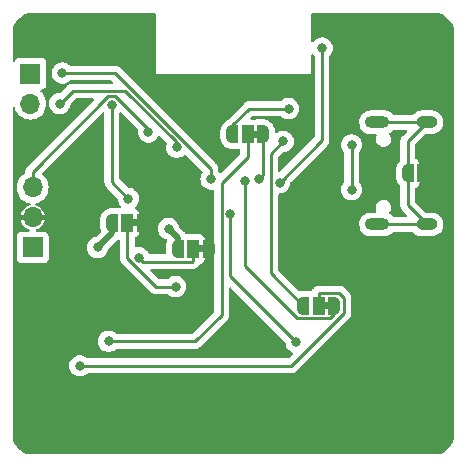
<source format=gbl>
G04 #@! TF.GenerationSoftware,KiCad,Pcbnew,7.0.10*
G04 #@! TF.CreationDate,2024-02-28T00:56:54-06:00*
G04 #@! TF.ProjectId,sensingBoard,73656e73-696e-4674-926f-6172642e6b69,rev?*
G04 #@! TF.SameCoordinates,Original*
G04 #@! TF.FileFunction,Copper,L2,Bot*
G04 #@! TF.FilePolarity,Positive*
%FSLAX46Y46*%
G04 Gerber Fmt 4.6, Leading zero omitted, Abs format (unit mm)*
G04 Created by KiCad (PCBNEW 7.0.10) date 2024-02-28 00:56:54*
%MOMM*%
%LPD*%
G01*
G04 APERTURE LIST*
G04 Aperture macros list*
%AMFreePoly0*
4,1,19,0.550000,-0.750000,0.000000,-0.750000,0.000000,-0.744911,-0.071157,-0.744911,-0.207708,-0.704816,-0.327430,-0.627875,-0.420627,-0.520320,-0.479746,-0.390866,-0.500000,-0.250000,-0.500000,0.250000,-0.479746,0.390866,-0.420627,0.520320,-0.327430,0.627875,-0.207708,0.704816,-0.071157,0.744911,0.000000,0.744911,0.000000,0.750000,0.550000,0.750000,0.550000,-0.750000,0.550000,-0.750000,
$1*%
%AMFreePoly1*
4,1,19,0.000000,0.744911,0.071157,0.744911,0.207708,0.704816,0.327430,0.627875,0.420627,0.520320,0.479746,0.390866,0.500000,0.250000,0.500000,-0.250000,0.479746,-0.390866,0.420627,-0.520320,0.327430,-0.627875,0.207708,-0.704816,0.071157,-0.744911,0.000000,-0.744911,0.000000,-0.750000,-0.550000,-0.750000,-0.550000,0.750000,0.000000,0.750000,0.000000,0.744911,0.000000,0.744911,
$1*%
%AMFreePoly2*
4,1,19,0.500000,-0.750000,0.000000,-0.750000,0.000000,-0.744911,-0.071157,-0.744911,-0.207708,-0.704816,-0.327430,-0.627875,-0.420627,-0.520320,-0.479746,-0.390866,-0.500000,-0.250000,-0.500000,0.250000,-0.479746,0.390866,-0.420627,0.520320,-0.327430,0.627875,-0.207708,0.704816,-0.071157,0.744911,0.000000,0.744911,0.000000,0.750000,0.500000,0.750000,0.500000,-0.750000,0.500000,-0.750000,
$1*%
%AMFreePoly3*
4,1,19,0.000000,0.744911,0.071157,0.744911,0.207708,0.704816,0.327430,0.627875,0.420627,0.520320,0.479746,0.390866,0.500000,0.250000,0.500000,-0.250000,0.479746,-0.390866,0.420627,-0.520320,0.327430,-0.627875,0.207708,-0.704816,0.071157,-0.744911,0.000000,-0.744911,0.000000,-0.750000,-0.500000,-0.750000,-0.500000,0.750000,0.000000,0.750000,0.000000,0.744911,0.000000,0.744911,
$1*%
G04 Aperture macros list end*
G04 #@! TA.AperFunction,ComponentPad*
%ADD10R,1.700000X1.700000*%
G04 #@! TD*
G04 #@! TA.AperFunction,ComponentPad*
%ADD11O,1.700000X1.700000*%
G04 #@! TD*
G04 #@! TA.AperFunction,ComponentPad*
%ADD12O,2.100000X1.000000*%
G04 #@! TD*
G04 #@! TA.AperFunction,ComponentPad*
%ADD13O,1.800000X1.000000*%
G04 #@! TD*
G04 #@! TA.AperFunction,SMDPad,CuDef*
%ADD14FreePoly0,180.000000*%
G04 #@! TD*
G04 #@! TA.AperFunction,SMDPad,CuDef*
%ADD15R,1.000000X1.500000*%
G04 #@! TD*
G04 #@! TA.AperFunction,SMDPad,CuDef*
%ADD16FreePoly1,180.000000*%
G04 #@! TD*
G04 #@! TA.AperFunction,SMDPad,CuDef*
%ADD17FreePoly2,180.000000*%
G04 #@! TD*
G04 #@! TA.AperFunction,SMDPad,CuDef*
%ADD18FreePoly3,180.000000*%
G04 #@! TD*
G04 #@! TA.AperFunction,ViaPad*
%ADD19C,0.800000*%
G04 #@! TD*
G04 #@! TA.AperFunction,Conductor*
%ADD20C,0.250000*%
G04 #@! TD*
G04 #@! TA.AperFunction,Conductor*
%ADD21C,0.500000*%
G04 #@! TD*
G04 APERTURE END LIST*
G04 #@! TA.AperFunction,EtchedComponent*
G36*
X60900000Y-68400000D02*
G01*
X60400000Y-68400000D01*
X60400000Y-67800000D01*
X60900000Y-67800000D01*
X60900000Y-68400000D01*
G37*
G04 #@! TD.AperFunction*
G04 #@! TA.AperFunction,EtchedComponent*
G36*
X66500000Y-70600000D02*
G01*
X66000000Y-70600000D01*
X66000000Y-70000000D01*
X66500000Y-70000000D01*
X66500000Y-70600000D01*
G37*
G04 #@! TD.AperFunction*
G04 #@! TA.AperFunction,EtchedComponent*
G36*
X77100000Y-75400000D02*
G01*
X76600000Y-75400000D01*
X76600000Y-74800000D01*
X77100000Y-74800000D01*
X77100000Y-75400000D01*
G37*
G04 #@! TD.AperFunction*
G04 #@! TA.AperFunction,EtchedComponent*
G36*
X71100000Y-60900000D02*
G01*
X70600000Y-60900000D01*
X70600000Y-60300000D01*
X71100000Y-60300000D01*
X71100000Y-60900000D01*
G37*
G04 #@! TD.AperFunction*
D10*
X52000000Y-70180000D03*
D11*
X52000000Y-67640000D03*
X52000000Y-65100000D03*
D10*
X51800000Y-55460000D03*
D11*
X51800000Y-58000000D03*
D12*
X81195000Y-68220000D03*
D13*
X85375000Y-68220000D03*
D12*
X81195000Y-59580000D03*
D13*
X85375000Y-59580000D03*
D14*
X61300000Y-68100000D03*
D15*
X60000000Y-68100000D03*
D16*
X58700000Y-68100000D03*
D17*
X85050000Y-63900000D03*
D18*
X83750000Y-63900000D03*
D14*
X66900000Y-70300000D03*
D15*
X65600000Y-70300000D03*
D16*
X64300000Y-70300000D03*
D14*
X77500000Y-75100000D03*
D15*
X76200000Y-75100000D03*
D16*
X74900000Y-75100000D03*
D14*
X71500000Y-60600000D03*
D15*
X70200000Y-60600000D03*
D16*
X68900000Y-60600000D03*
D19*
X64200000Y-61700000D03*
X54300000Y-58000000D03*
X67100000Y-64400002D03*
X54500000Y-55400000D03*
X64700000Y-76200000D03*
X78800000Y-82600000D03*
X53900000Y-72600000D03*
X69936331Y-64548876D03*
X73660000Y-58420000D03*
X61800000Y-60400000D03*
X73200000Y-61200000D03*
X74300000Y-78200000D03*
X76500000Y-53300000D03*
X71120000Y-64400002D03*
X68725000Y-67359867D03*
X72900000Y-64700000D03*
X79200000Y-68400000D03*
X69100000Y-75900000D03*
X76700000Y-65800000D03*
X65100000Y-63900000D03*
X57200000Y-77000000D03*
X71800000Y-85100000D03*
X55300000Y-82200000D03*
X56800000Y-68100000D03*
X76300000Y-70200000D03*
X77900000Y-59200000D03*
X54600000Y-75800000D03*
X79000000Y-61500000D03*
X79000000Y-65300000D03*
X57500000Y-70180000D03*
X63500000Y-68580000D03*
X60100000Y-66040000D03*
X58700000Y-58100000D03*
X64098436Y-73498438D03*
X61000000Y-71030000D03*
X56000000Y-80200000D03*
X58420000Y-78124998D03*
D20*
X64200000Y-61297792D02*
X64200000Y-61700000D01*
X59827208Y-56925000D02*
X64101104Y-61198896D01*
X55375000Y-56925000D02*
X59827208Y-56925000D01*
X54300000Y-58000000D02*
X55375000Y-56925000D01*
X64101104Y-61198896D02*
X64200000Y-61297792D01*
X58938604Y-55400000D02*
X67100000Y-63561396D01*
X54500000Y-55400000D02*
X58938604Y-55400000D01*
X67100000Y-63561396D02*
X67100000Y-64400002D01*
D21*
X58700000Y-68980000D02*
X58700000Y-68100000D01*
X57500000Y-70180000D02*
X58700000Y-68980000D01*
D20*
X77500000Y-75100000D02*
X77500000Y-75850000D01*
X74375000Y-76175000D02*
X69936331Y-71736331D01*
X77500000Y-75850000D02*
X77175000Y-76175000D01*
X77175000Y-76175000D02*
X74375000Y-76175000D01*
X69936331Y-71736331D02*
X69936331Y-64548876D01*
X52000000Y-65100000D02*
X52000000Y-63774695D01*
X52000000Y-63774695D02*
X58399695Y-57375000D01*
X58399695Y-57375000D02*
X59000305Y-57375000D01*
X59000305Y-57375000D02*
X61800000Y-60174695D01*
X61800000Y-60174695D02*
X61800000Y-60400000D01*
X68725000Y-67359867D02*
X68725000Y-72625000D01*
X68725000Y-72625000D02*
X74300000Y-78200000D01*
X71500000Y-60600000D02*
X71500000Y-64020002D01*
X71500000Y-64020002D02*
X71120000Y-64400002D01*
X76500000Y-53300000D02*
X76500000Y-61100000D01*
X74900000Y-75100000D02*
X72175000Y-72375000D01*
X70330000Y-58420000D02*
X73660000Y-58420000D01*
X72175000Y-62225000D02*
X73200000Y-61200000D01*
X68900000Y-59850000D02*
X70330000Y-58420000D01*
X72175000Y-72375000D02*
X72175000Y-62225000D01*
X76500000Y-61100000D02*
X72900000Y-64700000D01*
X68900000Y-60600000D02*
X68900000Y-59850000D01*
X79000000Y-61500000D02*
X79000000Y-65300000D01*
D21*
X64300000Y-69380000D02*
X63500000Y-68580000D01*
X64300000Y-70300000D02*
X64300000Y-69380000D01*
D20*
X58700000Y-58100000D02*
X58700000Y-64640000D01*
X58700000Y-64640000D02*
X60100000Y-66040000D01*
X85375000Y-59580000D02*
X81195000Y-59580000D01*
X85375000Y-68220000D02*
X83750000Y-66595000D01*
X83750000Y-66595000D02*
X83750000Y-63900000D01*
X83750000Y-63900000D02*
X83750000Y-61205000D01*
X81195000Y-68220000D02*
X85375000Y-68220000D01*
X83750000Y-61205000D02*
X85375000Y-59580000D01*
X60000000Y-68100000D02*
X60000000Y-71055305D01*
X62443133Y-73498438D02*
X64098436Y-73498438D01*
X60000000Y-71055305D02*
X62443133Y-73498438D01*
X61345000Y-71375000D02*
X61000000Y-71030000D01*
X65600000Y-70300000D02*
X65600000Y-71300000D01*
X65600000Y-71300000D02*
X65525000Y-71375000D01*
X65525000Y-71375000D02*
X61345000Y-71375000D01*
X76200000Y-74100000D02*
X76275000Y-74025000D01*
X78330142Y-75769858D02*
X73900000Y-80200000D01*
X77925000Y-74025000D02*
X78330142Y-74430142D01*
X76275000Y-74025000D02*
X77925000Y-74025000D01*
X73900000Y-80200000D02*
X56000000Y-80200000D01*
X78330142Y-74430142D02*
X78330142Y-75769858D01*
X76200000Y-75100000D02*
X76200000Y-74100000D01*
X68000000Y-64725000D02*
X68000000Y-75900000D01*
X65775002Y-78124998D02*
X58420000Y-78124998D01*
X70200000Y-62525000D02*
X68000000Y-64725000D01*
X68000000Y-75900000D02*
X65775002Y-78124998D01*
X70200000Y-60600000D02*
X70200000Y-62525000D01*
G04 #@! TA.AperFunction,Conductor*
G36*
X62359191Y-50319407D02*
G01*
X62395155Y-50368907D01*
X62400000Y-50399500D01*
X62400000Y-55500000D01*
X62400001Y-55500000D01*
X75599999Y-55500000D01*
X75600000Y-55500000D01*
X75600000Y-53904128D01*
X75618907Y-53845937D01*
X75668407Y-53809973D01*
X75729593Y-53809973D01*
X75772571Y-53837884D01*
X75849071Y-53922845D01*
X75873958Y-53978740D01*
X75874500Y-53989089D01*
X75874500Y-60799901D01*
X75855593Y-60858092D01*
X75845504Y-60869905D01*
X72969504Y-63745905D01*
X72914987Y-63773682D01*
X72854555Y-63764111D01*
X72811290Y-63720846D01*
X72800500Y-63675901D01*
X72800500Y-62525097D01*
X72819407Y-62466906D01*
X72829497Y-62455093D01*
X73155095Y-62129496D01*
X73209611Y-62101719D01*
X73225098Y-62100500D01*
X73294643Y-62100500D01*
X73294646Y-62100500D01*
X73479803Y-62061144D01*
X73652730Y-61984151D01*
X73805871Y-61872888D01*
X73932533Y-61732216D01*
X74027179Y-61568284D01*
X74085674Y-61388256D01*
X74105460Y-61200000D01*
X74085674Y-61011744D01*
X74027179Y-60831716D01*
X74027176Y-60831711D01*
X74027174Y-60831706D01*
X73978551Y-60747490D01*
X73932533Y-60667784D01*
X73860930Y-60588261D01*
X73805875Y-60527116D01*
X73805870Y-60527111D01*
X73729300Y-60471480D01*
X73652730Y-60415849D01*
X73652725Y-60415847D01*
X73652722Y-60415845D01*
X73489238Y-60343057D01*
X73479803Y-60338856D01*
X73479800Y-60338855D01*
X73479799Y-60338855D01*
X73444580Y-60331369D01*
X73294646Y-60299500D01*
X73105354Y-60299500D01*
X72987289Y-60324595D01*
X72920200Y-60338855D01*
X72920194Y-60338857D01*
X72747277Y-60415845D01*
X72747268Y-60415850D01*
X72662837Y-60477193D01*
X72604647Y-60496100D01*
X72546456Y-60477192D01*
X72510492Y-60427692D01*
X72505647Y-60397100D01*
X72505647Y-60344815D01*
X72505642Y-60344752D01*
X72505642Y-60278032D01*
X72486188Y-60142730D01*
X72486187Y-60142728D01*
X72485180Y-60135725D01*
X72485180Y-60135723D01*
X72485180Y-60135722D01*
X72444632Y-59997630D01*
X72384904Y-59866845D01*
X72384898Y-59866835D01*
X72307102Y-59745781D01*
X72307099Y-59745777D01*
X72307098Y-59745776D01*
X72307097Y-59745774D01*
X72212943Y-59637113D01*
X72212940Y-59637110D01*
X72212931Y-59637102D01*
X72212921Y-59637093D01*
X72104174Y-59542864D01*
X72104162Y-59542855D01*
X71983225Y-59465134D01*
X71983218Y-59465130D01*
X71983216Y-59465129D01*
X71852300Y-59405342D01*
X71852295Y-59405340D01*
X71852294Y-59405340D01*
X71714346Y-59364835D01*
X71714340Y-59364834D01*
X71571894Y-59344353D01*
X71571889Y-59344353D01*
X70950000Y-59344353D01*
X70878039Y-59349500D01*
X70878036Y-59349500D01*
X70878030Y-59349502D01*
X70859627Y-59354905D01*
X70813687Y-59356134D01*
X70813641Y-59356571D01*
X70810402Y-59356222D01*
X70808977Y-59356261D01*
X70807490Y-59355909D01*
X70765756Y-59351422D01*
X70747873Y-59349500D01*
X70747870Y-59349500D01*
X70524098Y-59349500D01*
X70465907Y-59330593D01*
X70429943Y-59281093D01*
X70429943Y-59219907D01*
X70454093Y-59180497D01*
X70560095Y-59074495D01*
X70614611Y-59046719D01*
X70630098Y-59045500D01*
X72967383Y-59045500D01*
X73025574Y-59064407D01*
X73040954Y-59078256D01*
X73054129Y-59092888D01*
X73207270Y-59204151D01*
X73380197Y-59281144D01*
X73565354Y-59320500D01*
X73565357Y-59320500D01*
X73754643Y-59320500D01*
X73754646Y-59320500D01*
X73939803Y-59281144D01*
X74112730Y-59204151D01*
X74265871Y-59092888D01*
X74392533Y-58952216D01*
X74487179Y-58788284D01*
X74545674Y-58608256D01*
X74565460Y-58420000D01*
X74545674Y-58231744D01*
X74487179Y-58051716D01*
X74487176Y-58051711D01*
X74487174Y-58051706D01*
X74412189Y-57921830D01*
X74392533Y-57887784D01*
X74309783Y-57795881D01*
X74265875Y-57747116D01*
X74265870Y-57747111D01*
X74112731Y-57635850D01*
X74112732Y-57635850D01*
X74112730Y-57635849D01*
X74112725Y-57635847D01*
X74112722Y-57635845D01*
X73939805Y-57558857D01*
X73939803Y-57558856D01*
X73939800Y-57558855D01*
X73939799Y-57558855D01*
X73900491Y-57550500D01*
X73754646Y-57519500D01*
X73565354Y-57519500D01*
X73447289Y-57544595D01*
X73380200Y-57558855D01*
X73380194Y-57558857D01*
X73207277Y-57635845D01*
X73207268Y-57635850D01*
X73054129Y-57747111D01*
X73054128Y-57747112D01*
X73040954Y-57761744D01*
X72987966Y-57792337D01*
X72967383Y-57794500D01*
X70409978Y-57794500D01*
X70395528Y-57792905D01*
X70395528Y-57792914D01*
X70389329Y-57792327D01*
X70321763Y-57794451D01*
X70318653Y-57794500D01*
X70290641Y-57794500D01*
X70285475Y-57795152D01*
X70276202Y-57795881D01*
X70231371Y-57797291D01*
X70231370Y-57797291D01*
X70210243Y-57803429D01*
X70195034Y-57806578D01*
X70173210Y-57809335D01*
X70131496Y-57825850D01*
X70122677Y-57828869D01*
X70079608Y-57841382D01*
X70060672Y-57852581D01*
X70046726Y-57859413D01*
X70026270Y-57867512D01*
X70026266Y-57867514D01*
X69989977Y-57893878D01*
X69982188Y-57898995D01*
X69943578Y-57921830D01*
X69943577Y-57921831D01*
X69928015Y-57937392D01*
X69916208Y-57947476D01*
X69898416Y-57960402D01*
X69869829Y-57994957D01*
X69863554Y-58001853D01*
X68514253Y-59351154D01*
X68502915Y-59360239D01*
X68502921Y-59360246D01*
X68498127Y-59364211D01*
X68498123Y-59364214D01*
X68498119Y-59364217D01*
X68498118Y-59364219D01*
X68451835Y-59413503D01*
X68449676Y-59415731D01*
X68429885Y-59435523D01*
X68429876Y-59435533D01*
X68426689Y-59439641D01*
X68420646Y-59446715D01*
X68391286Y-59477981D01*
X68372642Y-59493495D01*
X68317298Y-59529064D01*
X68295830Y-59542861D01*
X68295826Y-59542864D01*
X68270485Y-59564821D01*
X68187061Y-59637108D01*
X68187051Y-59637118D01*
X68092906Y-59745768D01*
X68092897Y-59745781D01*
X68015101Y-59866835D01*
X68015090Y-59866854D01*
X67955072Y-59998276D01*
X67954371Y-60001022D01*
X67914820Y-60135721D01*
X67914819Y-60135725D01*
X67894358Y-60278033D01*
X67894358Y-60344752D01*
X67894353Y-60344767D01*
X67894353Y-60855184D01*
X67894358Y-60855248D01*
X67894358Y-60921966D01*
X67913812Y-61057265D01*
X67913813Y-61057272D01*
X67914820Y-61064279D01*
X67955366Y-61202365D01*
X67955367Y-61202368D01*
X67955368Y-61202370D01*
X68015096Y-61333155D01*
X68015097Y-61333156D01*
X68015101Y-61333164D01*
X68092897Y-61454218D01*
X68092900Y-61454222D01*
X68092903Y-61454226D01*
X68187057Y-61562887D01*
X68187060Y-61562890D01*
X68187066Y-61562895D01*
X68187078Y-61562906D01*
X68295825Y-61657135D01*
X68295837Y-61657144D01*
X68416774Y-61734865D01*
X68416779Y-61734868D01*
X68416784Y-61734871D01*
X68547700Y-61794658D01*
X68685655Y-61835165D01*
X68748968Y-61844268D01*
X68828106Y-61855647D01*
X68828111Y-61855647D01*
X69449997Y-61855647D01*
X69450000Y-61855647D01*
X69468437Y-61854328D01*
X69527828Y-61869035D01*
X69567232Y-61915843D01*
X69574500Y-61953076D01*
X69574500Y-62224900D01*
X69555593Y-62283091D01*
X69545504Y-62294904D01*
X67972674Y-63867733D01*
X67918157Y-63895510D01*
X67857725Y-63885939D01*
X67829100Y-63863974D01*
X67771048Y-63799500D01*
X67750928Y-63777154D01*
X67726042Y-63721259D01*
X67725500Y-63710911D01*
X67725500Y-63641379D01*
X67727095Y-63626925D01*
X67727087Y-63626925D01*
X67727673Y-63620726D01*
X67725549Y-63553140D01*
X67725500Y-63550030D01*
X67725500Y-63522049D01*
X67725500Y-63522046D01*
X67724848Y-63516888D01*
X67724117Y-63507592D01*
X67722709Y-63462773D01*
X67722709Y-63462772D01*
X67722709Y-63462769D01*
X67716570Y-63441641D01*
X67713420Y-63426430D01*
X67710664Y-63404604D01*
X67710469Y-63404111D01*
X67694150Y-63362892D01*
X67691129Y-63354070D01*
X67687165Y-63340426D01*
X67678618Y-63311006D01*
X67670708Y-63297630D01*
X67667417Y-63292065D01*
X67660586Y-63278120D01*
X67652487Y-63257667D01*
X67652486Y-63257664D01*
X67650702Y-63255208D01*
X67626121Y-63221374D01*
X67621001Y-63213580D01*
X67598169Y-63174975D01*
X67582611Y-63159416D01*
X67572522Y-63147603D01*
X67559594Y-63129809D01*
X67525037Y-63101221D01*
X67518138Y-63094944D01*
X59437451Y-55014256D01*
X59428368Y-55002917D01*
X59428361Y-55002924D01*
X59424393Y-54998129D01*
X59424390Y-54998123D01*
X59375116Y-54951851D01*
X59372884Y-54949689D01*
X59353076Y-54929881D01*
X59348969Y-54926695D01*
X59341883Y-54920642D01*
X59309187Y-54889938D01*
X59289906Y-54879339D01*
X59276922Y-54870810D01*
X59268466Y-54864251D01*
X59259538Y-54857325D01*
X59218375Y-54839512D01*
X59210003Y-54835411D01*
X59187321Y-54822942D01*
X59170696Y-54813803D01*
X59170694Y-54813802D01*
X59170690Y-54813800D01*
X59149384Y-54808330D01*
X59134687Y-54803298D01*
X59114500Y-54794562D01*
X59114494Y-54794560D01*
X59070195Y-54787544D01*
X59061067Y-54785654D01*
X59046562Y-54781930D01*
X59017625Y-54774500D01*
X59017623Y-54774500D01*
X58995622Y-54774500D01*
X58980134Y-54773281D01*
X58958408Y-54769839D01*
X58913754Y-54774061D01*
X58904438Y-54774500D01*
X55192617Y-54774500D01*
X55134426Y-54755593D01*
X55119046Y-54741744D01*
X55105871Y-54727112D01*
X55105870Y-54727111D01*
X54952731Y-54615850D01*
X54952732Y-54615850D01*
X54952730Y-54615849D01*
X54952725Y-54615847D01*
X54952722Y-54615845D01*
X54779805Y-54538857D01*
X54779803Y-54538856D01*
X54779800Y-54538855D01*
X54779799Y-54538855D01*
X54744580Y-54531369D01*
X54594646Y-54499500D01*
X54405354Y-54499500D01*
X54287289Y-54524595D01*
X54220200Y-54538855D01*
X54220194Y-54538857D01*
X54047277Y-54615845D01*
X54047268Y-54615850D01*
X53894129Y-54727111D01*
X53894124Y-54727116D01*
X53767469Y-54867781D01*
X53767465Y-54867787D01*
X53672825Y-55031706D01*
X53672819Y-55031720D01*
X53614327Y-55211738D01*
X53594540Y-55400000D01*
X53614327Y-55588261D01*
X53672819Y-55768279D01*
X53672825Y-55768293D01*
X53748015Y-55898525D01*
X53767467Y-55932216D01*
X53767469Y-55932218D01*
X53877568Y-56054496D01*
X53894129Y-56072888D01*
X54047270Y-56184151D01*
X54220197Y-56261144D01*
X54405354Y-56300500D01*
X54405357Y-56300500D01*
X54594643Y-56300500D01*
X54594646Y-56300500D01*
X54779803Y-56261144D01*
X54952730Y-56184151D01*
X55105871Y-56072888D01*
X55119046Y-56058256D01*
X55172034Y-56027663D01*
X55192617Y-56025500D01*
X58638506Y-56025500D01*
X58696697Y-56044407D01*
X58708510Y-56054496D01*
X58784510Y-56130496D01*
X58812287Y-56185013D01*
X58802716Y-56245445D01*
X58759451Y-56288710D01*
X58714506Y-56299500D01*
X55454984Y-56299500D01*
X55440530Y-56297904D01*
X55440530Y-56297913D01*
X55434331Y-56297326D01*
X55366731Y-56299451D01*
X55363622Y-56299500D01*
X55335649Y-56299500D01*
X55330499Y-56300150D01*
X55321214Y-56300880D01*
X55276373Y-56302290D01*
X55276371Y-56302290D01*
X55255235Y-56308430D01*
X55240034Y-56311578D01*
X55218207Y-56314336D01*
X55218202Y-56314337D01*
X55176512Y-56330844D01*
X55167691Y-56333864D01*
X55124610Y-56346381D01*
X55105673Y-56357580D01*
X55091733Y-56364409D01*
X55071268Y-56372512D01*
X55034972Y-56398882D01*
X55027181Y-56403999D01*
X54988581Y-56426827D01*
X54973021Y-56442387D01*
X54961215Y-56452470D01*
X54943417Y-56465401D01*
X54914825Y-56499962D01*
X54908550Y-56506858D01*
X54344905Y-57070504D01*
X54290388Y-57098281D01*
X54274901Y-57099500D01*
X54205354Y-57099500D01*
X54087289Y-57124595D01*
X54020200Y-57138855D01*
X54020194Y-57138857D01*
X53847277Y-57215845D01*
X53847268Y-57215850D01*
X53694129Y-57327111D01*
X53694124Y-57327116D01*
X53567469Y-57467781D01*
X53567465Y-57467787D01*
X53472825Y-57631706D01*
X53472819Y-57631720D01*
X53414327Y-57811738D01*
X53414326Y-57811742D01*
X53414326Y-57811744D01*
X53394540Y-58000000D01*
X53399975Y-58051716D01*
X53414327Y-58188261D01*
X53472819Y-58368279D01*
X53472825Y-58368293D01*
X53527887Y-58463662D01*
X53567467Y-58532216D01*
X53567469Y-58532218D01*
X53678780Y-58655842D01*
X53694129Y-58672888D01*
X53847270Y-58784151D01*
X54020197Y-58861144D01*
X54205354Y-58900500D01*
X54205357Y-58900500D01*
X54394643Y-58900500D01*
X54394646Y-58900500D01*
X54579803Y-58861144D01*
X54752730Y-58784151D01*
X54905871Y-58672888D01*
X55032533Y-58532216D01*
X55114844Y-58389648D01*
X55127174Y-58368293D01*
X55127174Y-58368291D01*
X55127179Y-58368284D01*
X55185674Y-58188256D01*
X55204247Y-58011540D01*
X55229132Y-57955647D01*
X55232681Y-57951908D01*
X55605094Y-57579496D01*
X55659610Y-57551719D01*
X55675097Y-57550500D01*
X57100596Y-57550500D01*
X57158787Y-57569407D01*
X57194751Y-57618907D01*
X57194751Y-57680093D01*
X57170600Y-57719504D01*
X51614253Y-63275849D01*
X51602915Y-63284934D01*
X51602921Y-63284941D01*
X51598127Y-63288906D01*
X51598123Y-63288909D01*
X51598119Y-63288912D01*
X51598118Y-63288914D01*
X51551835Y-63338198D01*
X51549676Y-63340426D01*
X51529885Y-63360218D01*
X51529876Y-63360228D01*
X51526689Y-63364336D01*
X51520647Y-63371409D01*
X51489939Y-63404111D01*
X51489935Y-63404116D01*
X51479334Y-63423398D01*
X51470813Y-63436371D01*
X51457325Y-63453761D01*
X51439510Y-63494928D01*
X51435409Y-63503298D01*
X51413804Y-63542600D01*
X51413800Y-63542611D01*
X51408332Y-63563907D01*
X51403303Y-63578598D01*
X51394561Y-63598800D01*
X51394560Y-63598803D01*
X51387543Y-63643106D01*
X51385652Y-63652235D01*
X51374501Y-63695668D01*
X51374500Y-63695679D01*
X51374500Y-63717676D01*
X51373281Y-63733164D01*
X51369839Y-63754888D01*
X51374061Y-63799542D01*
X51374500Y-63808859D01*
X51374500Y-63838595D01*
X51355593Y-63896786D01*
X51325006Y-63924328D01*
X51322173Y-63925963D01*
X51128603Y-64061501D01*
X50961501Y-64228603D01*
X50825963Y-64422173D01*
X50825959Y-64422181D01*
X50726098Y-64636332D01*
X50664935Y-64864599D01*
X50644341Y-65099995D01*
X50644341Y-65100004D01*
X50664935Y-65335400D01*
X50664936Y-65335407D01*
X50664937Y-65335408D01*
X50726097Y-65563663D01*
X50825965Y-65777830D01*
X50961505Y-65971401D01*
X51128599Y-66138495D01*
X51322170Y-66274035D01*
X51536337Y-66373903D01*
X51743222Y-66429337D01*
X51794535Y-66462660D01*
X51816462Y-66519781D01*
X51800627Y-66578882D01*
X51753077Y-66617387D01*
X51746336Y-66619700D01*
X51596237Y-66665232D01*
X51596232Y-66665234D01*
X51413839Y-66762724D01*
X51413829Y-66762731D01*
X51253949Y-66893940D01*
X51253940Y-66893949D01*
X51122731Y-67053829D01*
X51122724Y-67053839D01*
X51025234Y-67236232D01*
X51025232Y-67236237D01*
X50978588Y-67389999D01*
X50978589Y-67390000D01*
X51566314Y-67390000D01*
X51540507Y-67430156D01*
X51500000Y-67568111D01*
X51500000Y-67711889D01*
X51540507Y-67849844D01*
X51566314Y-67890000D01*
X50978589Y-67890000D01*
X51025232Y-68043762D01*
X51025234Y-68043767D01*
X51122724Y-68226160D01*
X51122731Y-68226170D01*
X51253940Y-68386050D01*
X51253949Y-68386059D01*
X51413829Y-68517268D01*
X51413839Y-68517275D01*
X51596232Y-68614765D01*
X51596237Y-68614767D01*
X51665451Y-68635763D01*
X51715648Y-68670748D01*
X51735694Y-68728556D01*
X51717933Y-68787107D01*
X51669149Y-68824036D01*
X51636713Y-68829500D01*
X51102133Y-68829500D01*
X51102129Y-68829500D01*
X51102128Y-68829501D01*
X51094949Y-68830272D01*
X51042519Y-68835908D01*
X51042514Y-68835909D01*
X50907670Y-68886202D01*
X50792458Y-68972450D01*
X50792450Y-68972458D01*
X50706202Y-69087670D01*
X50655910Y-69222511D01*
X50655908Y-69222522D01*
X50649500Y-69282129D01*
X50649500Y-71077866D01*
X50649501Y-71077870D01*
X50655908Y-71137480D01*
X50655909Y-71137485D01*
X50706202Y-71272329D01*
X50771108Y-71359032D01*
X50792454Y-71387546D01*
X50792457Y-71387548D01*
X50792458Y-71387549D01*
X50907670Y-71473797D01*
X51042511Y-71524089D01*
X51042512Y-71524089D01*
X51042517Y-71524091D01*
X51102127Y-71530500D01*
X52897872Y-71530499D01*
X52957483Y-71524091D01*
X53024907Y-71498943D01*
X53092329Y-71473797D01*
X53092329Y-71473796D01*
X53092331Y-71473796D01*
X53207546Y-71387546D01*
X53293796Y-71272331D01*
X53344091Y-71137483D01*
X53350500Y-71077873D01*
X53350499Y-69282128D01*
X53344091Y-69222517D01*
X53328062Y-69179540D01*
X53293797Y-69087670D01*
X53207549Y-68972458D01*
X53207548Y-68972457D01*
X53207546Y-68972454D01*
X53187554Y-68957488D01*
X53092329Y-68886202D01*
X52957488Y-68835910D01*
X52957483Y-68835909D01*
X52957481Y-68835908D01*
X52957477Y-68835908D01*
X52926249Y-68832550D01*
X52897873Y-68829500D01*
X52897870Y-68829500D01*
X52363287Y-68829500D01*
X52305096Y-68810593D01*
X52269132Y-68761093D01*
X52269132Y-68699907D01*
X52305096Y-68650407D01*
X52334549Y-68635763D01*
X52403762Y-68614767D01*
X52403767Y-68614765D01*
X52586160Y-68517275D01*
X52586170Y-68517268D01*
X52746050Y-68386059D01*
X52746059Y-68386050D01*
X52877268Y-68226170D01*
X52877275Y-68226160D01*
X52974765Y-68043767D01*
X52974767Y-68043762D01*
X53021411Y-67890000D01*
X52433686Y-67890000D01*
X52459493Y-67849844D01*
X52500000Y-67711889D01*
X52500000Y-67568111D01*
X52459493Y-67430156D01*
X52433686Y-67390000D01*
X53021411Y-67390000D01*
X53021411Y-67389999D01*
X52974767Y-67236237D01*
X52974765Y-67236232D01*
X52877275Y-67053839D01*
X52877268Y-67053829D01*
X52746059Y-66893949D01*
X52746050Y-66893940D01*
X52586170Y-66762731D01*
X52586160Y-66762724D01*
X52403767Y-66665234D01*
X52403762Y-66665232D01*
X52253663Y-66619700D01*
X52203466Y-66584715D01*
X52183420Y-66526907D01*
X52201181Y-66468356D01*
X52249966Y-66431427D01*
X52256752Y-66429343D01*
X52463663Y-66373903D01*
X52677830Y-66274035D01*
X52871401Y-66138495D01*
X53038495Y-65971401D01*
X53174035Y-65777830D01*
X53273903Y-65563663D01*
X53335063Y-65335408D01*
X53335064Y-65335400D01*
X53355659Y-65100004D01*
X53355659Y-65099995D01*
X53335064Y-64864599D01*
X53335063Y-64864596D01*
X53335063Y-64864592D01*
X53273903Y-64636337D01*
X53273901Y-64636332D01*
X53174040Y-64422181D01*
X53174036Y-64422173D01*
X53128587Y-64357265D01*
X53038495Y-64228599D01*
X52871401Y-64061505D01*
X52871397Y-64061502D01*
X52871396Y-64061501D01*
X52807113Y-64016490D01*
X52770291Y-63967626D01*
X52769223Y-63906450D01*
X52793891Y-63865392D01*
X57905498Y-58753786D01*
X57960013Y-58726011D01*
X58020445Y-58735582D01*
X58063710Y-58778847D01*
X58074500Y-58823792D01*
X58074500Y-64560014D01*
X58072904Y-64574464D01*
X58072913Y-64574465D01*
X58072326Y-64580668D01*
X58074451Y-64648254D01*
X58074500Y-64651364D01*
X58074500Y-64679351D01*
X58075151Y-64684509D01*
X58075881Y-64693794D01*
X58077291Y-64738629D01*
X58077291Y-64738633D01*
X58083428Y-64759755D01*
X58086578Y-64774966D01*
X58089334Y-64796787D01*
X58105846Y-64838492D01*
X58108865Y-64847312D01*
X58120762Y-64888256D01*
X58121382Y-64890390D01*
X58132416Y-64909049D01*
X58132580Y-64909325D01*
X58139412Y-64923272D01*
X58147512Y-64943727D01*
X58147514Y-64943732D01*
X58173879Y-64980021D01*
X58179000Y-64987817D01*
X58201828Y-65026418D01*
X58201828Y-65026419D01*
X58217389Y-65041980D01*
X58227473Y-65053786D01*
X58240406Y-65071587D01*
X58240407Y-65071588D01*
X58240408Y-65071589D01*
X58240410Y-65071591D01*
X58274960Y-65100173D01*
X58281860Y-65106450D01*
X59167299Y-65991890D01*
X59195076Y-66046407D01*
X59195753Y-66051545D01*
X59204220Y-66132107D01*
X59207272Y-66161144D01*
X59214327Y-66228261D01*
X59272819Y-66408279D01*
X59272825Y-66408293D01*
X59315686Y-66482529D01*
X59367467Y-66572216D01*
X59410222Y-66619700D01*
X59472942Y-66689358D01*
X59497828Y-66745254D01*
X59485106Y-66805102D01*
X59439636Y-66846043D01*
X59409951Y-66854034D01*
X59405772Y-66854484D01*
X59392514Y-66855909D01*
X59387276Y-66857147D01*
X59350426Y-66858791D01*
X59250005Y-66844353D01*
X59250000Y-66844353D01*
X58628111Y-66844353D01*
X58628106Y-66844353D01*
X58485659Y-66864834D01*
X58485653Y-66864835D01*
X58347705Y-66905340D01*
X58347701Y-66905341D01*
X58347700Y-66905342D01*
X58329169Y-66913805D01*
X58216781Y-66965130D01*
X58216774Y-66965134D01*
X58095837Y-67042855D01*
X58095833Y-67042858D01*
X57987061Y-67137108D01*
X57987051Y-67137118D01*
X57892906Y-67245768D01*
X57892897Y-67245781D01*
X57815101Y-67366835D01*
X57815090Y-67366854D01*
X57755072Y-67498276D01*
X57754371Y-67501022D01*
X57714820Y-67635721D01*
X57714819Y-67635725D01*
X57694358Y-67778033D01*
X57694358Y-67844752D01*
X57694353Y-67844767D01*
X57694353Y-68355184D01*
X57694358Y-68355248D01*
X57694358Y-68421966D01*
X57713812Y-68557265D01*
X57713813Y-68557272D01*
X57714820Y-68564279D01*
X57755366Y-68702365D01*
X57777255Y-68750295D01*
X57784229Y-68811082D01*
X57757205Y-68861425D01*
X57341991Y-69276639D01*
X57292571Y-69303471D01*
X57220207Y-69318852D01*
X57220196Y-69318856D01*
X57047277Y-69395845D01*
X57047268Y-69395850D01*
X56894129Y-69507111D01*
X56894124Y-69507116D01*
X56767469Y-69647781D01*
X56767465Y-69647787D01*
X56672825Y-69811706D01*
X56672819Y-69811720D01*
X56614327Y-69991738D01*
X56614326Y-69991742D01*
X56614326Y-69991744D01*
X56594540Y-70180000D01*
X56613155Y-70357116D01*
X56614327Y-70368261D01*
X56672819Y-70548279D01*
X56672825Y-70548293D01*
X56715360Y-70621964D01*
X56767467Y-70712216D01*
X56894129Y-70852888D01*
X57047270Y-70964151D01*
X57220197Y-71041144D01*
X57405354Y-71080500D01*
X57405357Y-71080500D01*
X57594643Y-71080500D01*
X57594646Y-71080500D01*
X57779803Y-71041144D01*
X57952730Y-70964151D01*
X58105871Y-70852888D01*
X58232533Y-70712216D01*
X58327179Y-70548284D01*
X58384376Y-70372247D01*
X58408524Y-70332842D01*
X59186933Y-69554432D01*
X59197806Y-69545037D01*
X59216385Y-69531206D01*
X59274351Y-69511626D01*
X59332757Y-69529856D01*
X59369293Y-69578936D01*
X59374500Y-69610619D01*
X59374500Y-70975319D01*
X59372904Y-70989769D01*
X59372913Y-70989770D01*
X59372326Y-70995973D01*
X59374451Y-71063559D01*
X59374500Y-71066669D01*
X59374500Y-71094656D01*
X59375151Y-71099814D01*
X59375881Y-71109099D01*
X59377291Y-71153934D01*
X59377291Y-71153938D01*
X59383428Y-71175060D01*
X59386578Y-71190271D01*
X59389334Y-71212092D01*
X59405846Y-71253797D01*
X59408865Y-71262617D01*
X59421381Y-71305692D01*
X59421382Y-71305695D01*
X59432580Y-71324630D01*
X59439412Y-71338577D01*
X59447512Y-71359032D01*
X59447514Y-71359037D01*
X59473879Y-71395326D01*
X59479000Y-71403122D01*
X59501828Y-71441723D01*
X59501828Y-71441724D01*
X59517389Y-71457285D01*
X59527473Y-71469091D01*
X59540406Y-71486892D01*
X59540407Y-71486893D01*
X59540408Y-71486894D01*
X59540410Y-71486896D01*
X59574960Y-71515478D01*
X59581860Y-71521755D01*
X61944284Y-73884180D01*
X61953370Y-73895522D01*
X61953377Y-73895517D01*
X61957344Y-73900313D01*
X62006636Y-73946602D01*
X62008867Y-73948764D01*
X62028659Y-73968556D01*
X62028662Y-73968558D01*
X62032770Y-73971745D01*
X62039847Y-73977789D01*
X62072551Y-74008500D01*
X62091830Y-74019098D01*
X62104814Y-74027627D01*
X62122197Y-74041111D01*
X62163368Y-74058928D01*
X62171737Y-74063028D01*
X62211041Y-74084635D01*
X62228770Y-74089186D01*
X62232339Y-74090103D01*
X62247040Y-74095136D01*
X62267234Y-74103875D01*
X62267235Y-74103875D01*
X62267237Y-74103876D01*
X62311557Y-74110895D01*
X62320669Y-74112783D01*
X62364107Y-74123937D01*
X62364113Y-74123937D01*
X62364114Y-74123938D01*
X62386115Y-74123938D01*
X62401602Y-74125156D01*
X62423329Y-74128598D01*
X62464471Y-74124708D01*
X62467983Y-74124377D01*
X62477299Y-74123938D01*
X63405819Y-74123938D01*
X63464010Y-74142845D01*
X63479390Y-74156694D01*
X63492565Y-74171326D01*
X63645706Y-74282589D01*
X63818633Y-74359582D01*
X64003790Y-74398938D01*
X64003793Y-74398938D01*
X64193079Y-74398938D01*
X64193082Y-74398938D01*
X64378239Y-74359582D01*
X64551166Y-74282589D01*
X64704307Y-74171326D01*
X64830969Y-74030654D01*
X64925615Y-73866722D01*
X64984110Y-73686694D01*
X65003896Y-73498438D01*
X64984110Y-73310182D01*
X64925615Y-73130154D01*
X64925612Y-73130149D01*
X64925610Y-73130144D01*
X64876987Y-73045928D01*
X64830969Y-72966222D01*
X64776685Y-72905934D01*
X64704311Y-72825554D01*
X64704306Y-72825549D01*
X64551167Y-72714288D01*
X64551168Y-72714288D01*
X64551166Y-72714287D01*
X64551161Y-72714285D01*
X64551158Y-72714283D01*
X64378241Y-72637295D01*
X64378239Y-72637294D01*
X64378236Y-72637293D01*
X64378235Y-72637293D01*
X64343016Y-72629807D01*
X64193082Y-72597938D01*
X64003790Y-72597938D01*
X63885725Y-72623033D01*
X63818636Y-72637293D01*
X63818630Y-72637295D01*
X63645713Y-72714283D01*
X63645704Y-72714288D01*
X63492565Y-72825549D01*
X63492564Y-72825550D01*
X63479390Y-72840182D01*
X63426402Y-72870775D01*
X63405819Y-72872938D01*
X62743231Y-72872938D01*
X62685040Y-72854031D01*
X62673227Y-72843942D01*
X61998789Y-72169504D01*
X61971012Y-72114987D01*
X61980583Y-72054555D01*
X62023848Y-72011290D01*
X62068793Y-72000500D01*
X65445017Y-72000500D01*
X65459470Y-72002095D01*
X65459471Y-72002087D01*
X65465665Y-72002672D01*
X65465667Y-72002673D01*
X65465668Y-72002672D01*
X65465669Y-72002673D01*
X65533255Y-72000549D01*
X65536365Y-72000500D01*
X65564343Y-72000500D01*
X65564350Y-72000500D01*
X65569507Y-71999848D01*
X65578800Y-71999117D01*
X65623627Y-71997709D01*
X65644751Y-71991570D01*
X65659961Y-71988421D01*
X65681792Y-71985664D01*
X65681796Y-71985662D01*
X65681798Y-71985662D01*
X65723502Y-71969150D01*
X65732316Y-71966131D01*
X65775390Y-71953618D01*
X65794325Y-71942419D01*
X65808265Y-71935589D01*
X65828732Y-71927486D01*
X65865021Y-71901120D01*
X65872810Y-71896002D01*
X65911420Y-71873170D01*
X65926984Y-71857605D01*
X65938785Y-71847527D01*
X65956587Y-71834594D01*
X65981539Y-71804430D01*
X65997545Y-71790321D01*
X65997078Y-71789756D01*
X66001872Y-71785788D01*
X66001877Y-71785786D01*
X66048196Y-71736460D01*
X66050298Y-71734291D01*
X66070120Y-71714471D01*
X66073308Y-71710360D01*
X66079348Y-71703288D01*
X66110062Y-71670582D01*
X66120661Y-71651299D01*
X66129192Y-71638314D01*
X66142673Y-71620936D01*
X66153104Y-71596831D01*
X66193566Y-71550934D01*
X66209366Y-71543389D01*
X66342329Y-71493797D01*
X66342329Y-71493796D01*
X66342331Y-71493796D01*
X66457546Y-71407546D01*
X66543796Y-71292331D01*
X66594091Y-71157483D01*
X66600500Y-71097873D01*
X66600499Y-69502128D01*
X66594091Y-69442517D01*
X66593578Y-69441142D01*
X66543797Y-69307670D01*
X66457549Y-69192458D01*
X66457548Y-69192457D01*
X66457546Y-69192454D01*
X66457541Y-69192450D01*
X66342329Y-69106202D01*
X66207488Y-69055910D01*
X66207483Y-69055909D01*
X66207481Y-69055908D01*
X66207477Y-69055908D01*
X66176249Y-69052550D01*
X66147873Y-69049500D01*
X66147870Y-69049500D01*
X65052133Y-69049500D01*
X65052122Y-69049501D01*
X65045684Y-69050193D01*
X64985807Y-69037607D01*
X64952400Y-69006161D01*
X64933818Y-68977909D01*
X64932270Y-68975479D01*
X64892714Y-68911348D01*
X64892713Y-68911347D01*
X64892712Y-68911345D01*
X64892045Y-68910678D01*
X64879335Y-68895072D01*
X64878830Y-68894304D01*
X64878829Y-68894303D01*
X64824008Y-68842582D01*
X64821942Y-68840575D01*
X64408526Y-68427158D01*
X64384376Y-68387750D01*
X64327179Y-68211716D01*
X64327175Y-68211710D01*
X64327174Y-68211706D01*
X64244040Y-68067715D01*
X64232533Y-68047784D01*
X64105871Y-67907112D01*
X64082318Y-67890000D01*
X63952731Y-67795850D01*
X63952732Y-67795850D01*
X63952730Y-67795849D01*
X63952725Y-67795847D01*
X63952722Y-67795845D01*
X63779805Y-67718857D01*
X63779803Y-67718856D01*
X63779800Y-67718855D01*
X63779799Y-67718855D01*
X63744580Y-67711369D01*
X63594646Y-67679500D01*
X63405354Y-67679500D01*
X63287289Y-67704595D01*
X63220200Y-67718855D01*
X63220194Y-67718857D01*
X63047277Y-67795845D01*
X63047268Y-67795850D01*
X62894129Y-67907111D01*
X62894124Y-67907116D01*
X62767469Y-68047781D01*
X62767465Y-68047787D01*
X62672825Y-68211706D01*
X62672819Y-68211720D01*
X62614327Y-68391738D01*
X62614326Y-68391742D01*
X62614326Y-68391744D01*
X62594540Y-68580000D01*
X62613573Y-68761093D01*
X62614327Y-68768261D01*
X62672819Y-68948279D01*
X62672825Y-68948293D01*
X62734958Y-69055909D01*
X62767467Y-69112216D01*
X62767469Y-69112218D01*
X62866784Y-69222519D01*
X62894129Y-69252888D01*
X63047270Y-69364151D01*
X63220197Y-69441144D01*
X63292570Y-69456526D01*
X63341991Y-69483359D01*
X63369746Y-69511114D01*
X63397523Y-69565631D01*
X63389795Y-69622244D01*
X63355072Y-69698276D01*
X63354371Y-69701022D01*
X63314820Y-69835721D01*
X63314819Y-69835725D01*
X63294358Y-69978033D01*
X63294358Y-70044752D01*
X63294353Y-70044767D01*
X63294353Y-70555184D01*
X63294358Y-70555248D01*
X63294358Y-70621964D01*
X63296435Y-70636409D01*
X63286003Y-70696699D01*
X63242125Y-70739342D01*
X63198443Y-70749500D01*
X61927629Y-70749500D01*
X61869438Y-70730593D01*
X61833475Y-70681095D01*
X61827179Y-70661716D01*
X61827175Y-70661709D01*
X61827174Y-70661706D01*
X61761686Y-70548279D01*
X61732533Y-70497784D01*
X61678249Y-70437496D01*
X61605875Y-70357116D01*
X61605870Y-70357111D01*
X61452731Y-70245850D01*
X61452732Y-70245850D01*
X61452730Y-70245849D01*
X61452725Y-70245847D01*
X61452722Y-70245845D01*
X61314388Y-70184254D01*
X61279803Y-70168856D01*
X61279800Y-70168855D01*
X61279799Y-70168855D01*
X61224824Y-70157170D01*
X61094646Y-70129500D01*
X60905354Y-70129500D01*
X60837231Y-70143979D01*
X60745082Y-70163566D01*
X60684232Y-70157170D01*
X60638763Y-70116228D01*
X60625500Y-70066729D01*
X60625500Y-69406108D01*
X60644407Y-69347917D01*
X60689901Y-69313350D01*
X60742331Y-69293796D01*
X60857546Y-69207546D01*
X60943796Y-69092331D01*
X60945535Y-69087670D01*
X60976627Y-69004305D01*
X60994091Y-68957483D01*
X61000500Y-68897873D01*
X61000499Y-67302128D01*
X60994091Y-67242517D01*
X60985506Y-67219500D01*
X60943797Y-67107670D01*
X60857549Y-66992458D01*
X60857548Y-66992457D01*
X60857546Y-66992454D01*
X60842806Y-66981420D01*
X60742331Y-66906204D01*
X60715215Y-66896090D01*
X60667301Y-66858039D01*
X60650904Y-66799091D01*
X60672286Y-66741764D01*
X60691625Y-66723238D01*
X60705871Y-66712888D01*
X60832533Y-66572216D01*
X60927179Y-66408284D01*
X60985674Y-66228256D01*
X61005460Y-66040000D01*
X60985674Y-65851744D01*
X60927179Y-65671716D01*
X60927176Y-65671711D01*
X60927174Y-65671706D01*
X60878551Y-65587490D01*
X60832533Y-65507784D01*
X60711072Y-65372888D01*
X60705875Y-65367116D01*
X60705870Y-65367111D01*
X60599260Y-65289655D01*
X60552730Y-65255849D01*
X60552725Y-65255847D01*
X60552722Y-65255845D01*
X60391700Y-65184153D01*
X60379803Y-65178856D01*
X60379800Y-65178855D01*
X60379799Y-65178855D01*
X60344580Y-65171369D01*
X60194646Y-65139500D01*
X60194643Y-65139500D01*
X60125098Y-65139500D01*
X60066907Y-65120593D01*
X60055094Y-65110504D01*
X59354496Y-64409905D01*
X59326719Y-64355388D01*
X59325500Y-64339901D01*
X59325500Y-58823793D01*
X59344407Y-58765602D01*
X59393907Y-58729638D01*
X59455093Y-58729638D01*
X59494504Y-58753789D01*
X60884563Y-60143848D01*
X60912340Y-60198365D01*
X60913016Y-60224198D01*
X60894540Y-60400000D01*
X60911889Y-60565073D01*
X60914327Y-60588261D01*
X60972819Y-60768279D01*
X60972825Y-60768293D01*
X61048015Y-60898525D01*
X61067467Y-60932216D01*
X61067469Y-60932218D01*
X61187777Y-61065834D01*
X61194129Y-61072888D01*
X61347270Y-61184151D01*
X61520197Y-61261144D01*
X61705354Y-61300500D01*
X61705357Y-61300500D01*
X61894643Y-61300500D01*
X61894646Y-61300500D01*
X62079803Y-61261144D01*
X62252730Y-61184151D01*
X62405871Y-61072888D01*
X62532533Y-60932216D01*
X62620766Y-60779390D01*
X62666235Y-60738451D01*
X62727085Y-60732055D01*
X62776506Y-60758888D01*
X63324162Y-61306544D01*
X63351939Y-61361061D01*
X63348313Y-61407140D01*
X63314326Y-61511741D01*
X63306544Y-61585782D01*
X63294540Y-61700000D01*
X63312710Y-61872883D01*
X63314327Y-61888261D01*
X63372819Y-62068279D01*
X63372825Y-62068293D01*
X63442568Y-62189089D01*
X63467467Y-62232216D01*
X63467469Y-62232218D01*
X63555826Y-62330349D01*
X63594129Y-62372888D01*
X63747270Y-62484151D01*
X63920197Y-62561144D01*
X64105354Y-62600500D01*
X64105357Y-62600500D01*
X64294643Y-62600500D01*
X64294646Y-62600500D01*
X64479803Y-62561144D01*
X64652730Y-62484151D01*
X64805871Y-62372888D01*
X64840786Y-62334109D01*
X64893773Y-62303517D01*
X64954623Y-62309911D01*
X64984362Y-62330349D01*
X66374158Y-63720144D01*
X66401935Y-63774661D01*
X66392364Y-63835093D01*
X66377728Y-63856389D01*
X66367469Y-63867783D01*
X66367465Y-63867789D01*
X66272825Y-64031708D01*
X66272819Y-64031722D01*
X66214327Y-64211740D01*
X66214326Y-64211744D01*
X66214326Y-64211746D01*
X66194540Y-64400002D01*
X66213528Y-64580668D01*
X66214327Y-64588263D01*
X66272819Y-64768281D01*
X66272825Y-64768295D01*
X66342088Y-64888261D01*
X66367467Y-64932218D01*
X66367469Y-64932220D01*
X66492957Y-65071589D01*
X66494129Y-65072890D01*
X66647270Y-65184153D01*
X66820197Y-65261146D01*
X67005354Y-65300502D01*
X67005357Y-65300502D01*
X67194641Y-65300502D01*
X67194646Y-65300502D01*
X67254919Y-65287690D01*
X67315767Y-65294086D01*
X67361236Y-65335027D01*
X67374500Y-65384527D01*
X67374500Y-75599901D01*
X67355593Y-75658092D01*
X67345504Y-75669905D01*
X65544907Y-77470502D01*
X65490390Y-77498279D01*
X65474903Y-77499498D01*
X59112617Y-77499498D01*
X59054426Y-77480591D01*
X59039046Y-77466742D01*
X59025871Y-77452110D01*
X59025870Y-77452109D01*
X58872731Y-77340848D01*
X58872732Y-77340848D01*
X58872730Y-77340847D01*
X58872725Y-77340845D01*
X58872722Y-77340843D01*
X58699805Y-77263855D01*
X58699803Y-77263854D01*
X58699800Y-77263853D01*
X58699799Y-77263853D01*
X58664580Y-77256367D01*
X58514646Y-77224498D01*
X58325354Y-77224498D01*
X58207289Y-77249593D01*
X58140200Y-77263853D01*
X58140194Y-77263855D01*
X57967277Y-77340843D01*
X57967268Y-77340848D01*
X57814129Y-77452109D01*
X57814124Y-77452114D01*
X57687469Y-77592779D01*
X57687465Y-77592785D01*
X57592825Y-77756704D01*
X57592819Y-77756718D01*
X57534327Y-77936736D01*
X57514540Y-78124998D01*
X57534327Y-78313259D01*
X57592819Y-78493277D01*
X57592825Y-78493291D01*
X57667809Y-78623166D01*
X57687467Y-78657214D01*
X57687469Y-78657216D01*
X57772896Y-78752093D01*
X57814129Y-78797886D01*
X57967270Y-78909149D01*
X58140197Y-78986142D01*
X58325354Y-79025498D01*
X58325357Y-79025498D01*
X58514643Y-79025498D01*
X58514646Y-79025498D01*
X58699803Y-78986142D01*
X58872730Y-78909149D01*
X59025871Y-78797886D01*
X59039046Y-78783254D01*
X59092034Y-78752661D01*
X59112617Y-78750498D01*
X65695019Y-78750498D01*
X65709472Y-78752093D01*
X65709473Y-78752085D01*
X65715667Y-78752670D01*
X65715669Y-78752671D01*
X65715670Y-78752670D01*
X65715671Y-78752671D01*
X65783257Y-78750547D01*
X65786367Y-78750498D01*
X65814345Y-78750498D01*
X65814352Y-78750498D01*
X65819509Y-78749846D01*
X65828802Y-78749115D01*
X65873629Y-78747707D01*
X65894753Y-78741568D01*
X65909963Y-78738419D01*
X65931794Y-78735662D01*
X65931798Y-78735660D01*
X65931800Y-78735660D01*
X65973504Y-78719148D01*
X65982318Y-78716129D01*
X66025392Y-78703616D01*
X66044327Y-78692417D01*
X66058267Y-78685587D01*
X66078734Y-78677484D01*
X66115038Y-78651106D01*
X66122807Y-78646003D01*
X66161422Y-78623168D01*
X66176980Y-78607608D01*
X66188786Y-78597525D01*
X66206589Y-78584592D01*
X66235186Y-78550022D01*
X66241442Y-78543146D01*
X68385746Y-76398843D01*
X68397086Y-76389760D01*
X68397080Y-76389753D01*
X68401869Y-76385790D01*
X68401877Y-76385786D01*
X68448194Y-76336462D01*
X68450296Y-76334293D01*
X68470120Y-76314471D01*
X68473308Y-76310360D01*
X68479348Y-76303288D01*
X68510062Y-76270582D01*
X68520661Y-76251299D01*
X68529192Y-76238314D01*
X68542671Y-76220938D01*
X68542673Y-76220936D01*
X68558513Y-76184329D01*
X68560485Y-76179773D01*
X68564590Y-76171393D01*
X68586196Y-76132094D01*
X68589002Y-76121165D01*
X68591671Y-76110770D01*
X68596699Y-76096087D01*
X68605437Y-76075896D01*
X68612456Y-76031576D01*
X68614339Y-76022484D01*
X68625500Y-75979019D01*
X68625500Y-75957016D01*
X68626719Y-75941529D01*
X68626801Y-75941007D01*
X68630160Y-75919804D01*
X68625939Y-75875150D01*
X68625500Y-75865834D01*
X68625500Y-73649098D01*
X68644407Y-73590907D01*
X68693907Y-73554943D01*
X68755093Y-73554943D01*
X68794504Y-73579094D01*
X73367299Y-78151889D01*
X73395076Y-78206406D01*
X73395753Y-78211544D01*
X73414327Y-78388261D01*
X73472819Y-78568279D01*
X73472825Y-78568293D01*
X73540542Y-78685581D01*
X73567467Y-78732216D01*
X73694129Y-78872888D01*
X73847270Y-78984151D01*
X73847274Y-78984152D01*
X73847276Y-78984154D01*
X73883287Y-79000187D01*
X73981371Y-79043857D01*
X74026839Y-79084797D01*
X74039561Y-79144645D01*
X74014675Y-79200541D01*
X74011107Y-79204300D01*
X73669906Y-79545503D01*
X73615389Y-79573281D01*
X73599902Y-79574500D01*
X56692617Y-79574500D01*
X56634426Y-79555593D01*
X56619046Y-79541744D01*
X56605871Y-79527112D01*
X56605870Y-79527111D01*
X56452731Y-79415850D01*
X56452732Y-79415850D01*
X56452730Y-79415849D01*
X56452725Y-79415847D01*
X56452722Y-79415845D01*
X56279805Y-79338857D01*
X56279803Y-79338856D01*
X56279800Y-79338855D01*
X56279799Y-79338855D01*
X56244580Y-79331369D01*
X56094646Y-79299500D01*
X55905354Y-79299500D01*
X55787289Y-79324595D01*
X55720200Y-79338855D01*
X55720194Y-79338857D01*
X55547277Y-79415845D01*
X55547268Y-79415850D01*
X55394129Y-79527111D01*
X55394124Y-79527116D01*
X55267469Y-79667781D01*
X55267465Y-79667787D01*
X55172825Y-79831706D01*
X55172819Y-79831720D01*
X55114327Y-80011738D01*
X55094540Y-80200000D01*
X55114327Y-80388261D01*
X55172819Y-80568279D01*
X55172825Y-80568293D01*
X55247809Y-80698168D01*
X55267467Y-80732216D01*
X55267469Y-80732218D01*
X55352896Y-80827095D01*
X55394129Y-80872888D01*
X55547270Y-80984151D01*
X55720197Y-81061144D01*
X55905354Y-81100500D01*
X55905357Y-81100500D01*
X56094643Y-81100500D01*
X56094646Y-81100500D01*
X56279803Y-81061144D01*
X56452730Y-80984151D01*
X56605871Y-80872888D01*
X56619046Y-80858256D01*
X56672034Y-80827663D01*
X56692617Y-80825500D01*
X73820017Y-80825500D01*
X73834470Y-80827095D01*
X73834471Y-80827087D01*
X73840665Y-80827672D01*
X73840667Y-80827673D01*
X73840668Y-80827672D01*
X73840669Y-80827673D01*
X73908255Y-80825549D01*
X73911365Y-80825500D01*
X73939343Y-80825500D01*
X73939350Y-80825500D01*
X73944507Y-80824848D01*
X73953800Y-80824117D01*
X73998627Y-80822709D01*
X74019751Y-80816570D01*
X74034961Y-80813421D01*
X74056792Y-80810664D01*
X74056796Y-80810662D01*
X74056798Y-80810662D01*
X74098502Y-80794150D01*
X74107316Y-80791131D01*
X74150390Y-80778618D01*
X74169325Y-80767419D01*
X74183265Y-80760589D01*
X74203732Y-80752486D01*
X74240036Y-80726108D01*
X74247805Y-80721005D01*
X74286420Y-80698170D01*
X74301978Y-80682610D01*
X74313784Y-80672527D01*
X74331587Y-80659594D01*
X74360184Y-80625024D01*
X74366440Y-80618148D01*
X78715888Y-76268701D01*
X78727228Y-76259618D01*
X78727222Y-76259611D01*
X78732011Y-76255648D01*
X78732019Y-76255644D01*
X78778336Y-76206320D01*
X78780438Y-76204151D01*
X78800262Y-76184329D01*
X78803450Y-76180218D01*
X78809490Y-76173146D01*
X78840204Y-76140440D01*
X78850803Y-76121157D01*
X78859334Y-76108172D01*
X78868715Y-76096079D01*
X78872815Y-76090794D01*
X78890630Y-76049623D01*
X78894734Y-76041248D01*
X78900037Y-76031602D01*
X78916339Y-76001950D01*
X78921809Y-75980640D01*
X78926838Y-75965952D01*
X78935580Y-75945754D01*
X78942598Y-75901436D01*
X78944487Y-75892322D01*
X78955641Y-75848883D01*
X78955642Y-75848875D01*
X78955642Y-75826875D01*
X78956861Y-75811386D01*
X78960302Y-75789662D01*
X78956081Y-75745008D01*
X78955642Y-75735692D01*
X78955642Y-74510119D01*
X78957237Y-74495671D01*
X78957228Y-74495671D01*
X78957814Y-74489472D01*
X78955691Y-74421904D01*
X78955642Y-74418795D01*
X78955642Y-74390798D01*
X78955642Y-74390792D01*
X78954989Y-74385625D01*
X78954259Y-74376341D01*
X78952851Y-74331517D01*
X78952851Y-74331513D01*
X78946713Y-74310387D01*
X78943563Y-74295179D01*
X78940806Y-74273350D01*
X78924284Y-74231624D01*
X78921272Y-74222825D01*
X78908759Y-74179752D01*
X78897556Y-74160809D01*
X78890730Y-74146874D01*
X78882628Y-74126410D01*
X78872727Y-74112783D01*
X78856267Y-74090127D01*
X78851147Y-74082332D01*
X78828313Y-74043723D01*
X78828311Y-74043720D01*
X78812749Y-74028157D01*
X78802661Y-74016345D01*
X78789736Y-73998555D01*
X78789735Y-73998554D01*
X78755184Y-73969971D01*
X78748285Y-73963694D01*
X78423847Y-73639256D01*
X78414764Y-73627917D01*
X78414757Y-73627924D01*
X78410789Y-73623129D01*
X78410786Y-73623123D01*
X78361512Y-73576851D01*
X78359280Y-73574689D01*
X78339472Y-73554881D01*
X78335365Y-73551695D01*
X78328279Y-73545642D01*
X78295583Y-73514938D01*
X78276302Y-73504339D01*
X78263318Y-73495810D01*
X78254862Y-73489251D01*
X78245934Y-73482325D01*
X78204771Y-73464512D01*
X78196399Y-73460411D01*
X78170878Y-73446382D01*
X78157092Y-73438803D01*
X78157090Y-73438802D01*
X78157086Y-73438800D01*
X78135780Y-73433330D01*
X78121083Y-73428298D01*
X78100896Y-73419562D01*
X78100890Y-73419560D01*
X78056591Y-73412544D01*
X78047463Y-73410654D01*
X78032958Y-73406930D01*
X78004021Y-73399500D01*
X78004019Y-73399500D01*
X77982018Y-73399500D01*
X77966530Y-73398281D01*
X77944804Y-73394839D01*
X77900150Y-73399061D01*
X77890834Y-73399500D01*
X76354983Y-73399500D01*
X76340529Y-73397904D01*
X76340529Y-73397913D01*
X76334330Y-73397326D01*
X76266745Y-73399451D01*
X76263635Y-73399500D01*
X76235648Y-73399500D01*
X76230490Y-73400151D01*
X76221206Y-73400881D01*
X76176372Y-73402291D01*
X76176371Y-73402291D01*
X76155244Y-73408429D01*
X76140034Y-73411578D01*
X76118211Y-73414334D01*
X76076508Y-73430845D01*
X76067690Y-73433864D01*
X76024610Y-73446381D01*
X76005673Y-73457580D01*
X75991733Y-73464409D01*
X75971268Y-73472513D01*
X75934973Y-73498882D01*
X75927185Y-73503997D01*
X75926609Y-73504339D01*
X75888577Y-73526831D01*
X75888576Y-73526832D01*
X75873017Y-73542390D01*
X75861215Y-73552470D01*
X75843412Y-73565405D01*
X75818457Y-73595571D01*
X75802452Y-73609684D01*
X75802918Y-73610247D01*
X75798120Y-73614215D01*
X75751832Y-73663506D01*
X75749673Y-73665734D01*
X75729885Y-73685523D01*
X75729876Y-73685533D01*
X75726689Y-73689641D01*
X75720647Y-73696714D01*
X75689939Y-73729416D01*
X75689935Y-73729421D01*
X75679334Y-73748703D01*
X75670813Y-73761676D01*
X75657325Y-73779066D01*
X75648634Y-73799150D01*
X75608170Y-73845045D01*
X75548457Y-73858390D01*
X75543688Y-73857822D01*
X75450006Y-73844353D01*
X75450000Y-73844353D01*
X74828111Y-73844353D01*
X74828106Y-73844353D01*
X74685659Y-73864834D01*
X74685649Y-73864836D01*
X74636705Y-73879207D01*
X74575545Y-73877459D01*
X74538811Y-73854221D01*
X72829496Y-72144905D01*
X72801719Y-72090388D01*
X72800500Y-72074901D01*
X72800500Y-68270939D01*
X79640630Y-68270939D01*
X79671443Y-68472067D01*
X79671444Y-68472071D01*
X79742114Y-68662887D01*
X79742115Y-68662888D01*
X79849745Y-68835567D01*
X79849747Y-68835569D01*
X79849748Y-68835571D01*
X79859186Y-68845500D01*
X79983909Y-68976708D01*
X79989941Y-68983053D01*
X79989943Y-68983054D01*
X79989946Y-68983057D01*
X80156945Y-69099291D01*
X80156951Y-69099295D01*
X80343940Y-69179539D01*
X80343942Y-69179540D01*
X80543259Y-69220500D01*
X80543262Y-69220500D01*
X81795744Y-69220500D01*
X81821381Y-69217892D01*
X81947438Y-69205074D01*
X82141588Y-69144159D01*
X82319502Y-69045409D01*
X82473895Y-68912866D01*
X82496316Y-68883901D01*
X82546886Y-68849459D01*
X82574602Y-68845500D01*
X84146702Y-68845500D01*
X84204893Y-68864407D01*
X84218456Y-68876292D01*
X84313909Y-68976708D01*
X84319941Y-68983053D01*
X84319943Y-68983054D01*
X84319946Y-68983057D01*
X84486945Y-69099291D01*
X84486951Y-69099295D01*
X84673940Y-69179539D01*
X84673942Y-69179540D01*
X84873259Y-69220500D01*
X84873262Y-69220500D01*
X85825744Y-69220500D01*
X85851381Y-69217892D01*
X85977438Y-69205074D01*
X86171588Y-69144159D01*
X86349502Y-69045409D01*
X86503895Y-68912866D01*
X86628448Y-68751958D01*
X86718060Y-68569271D01*
X86769063Y-68372285D01*
X86779369Y-68169064D01*
X86748556Y-67967929D01*
X86677886Y-67777113D01*
X86570252Y-67604429D01*
X86430059Y-67456947D01*
X86430057Y-67456945D01*
X86430053Y-67456942D01*
X86263054Y-67340708D01*
X86263051Y-67340706D01*
X86263049Y-67340705D01*
X86076058Y-67260460D01*
X86076060Y-67260460D01*
X85996331Y-67244076D01*
X85876741Y-67219500D01*
X85876738Y-67219500D01*
X85300098Y-67219500D01*
X85241907Y-67200593D01*
X85230094Y-67190504D01*
X84404496Y-66364905D01*
X84376719Y-66310388D01*
X84375500Y-66294901D01*
X84375500Y-65208890D01*
X84394407Y-65150699D01*
X84443907Y-65114735D01*
X84446610Y-65113900D01*
X84453953Y-65111744D01*
X84460053Y-65109953D01*
X84581128Y-65032143D01*
X84675377Y-64923373D01*
X84735165Y-64792457D01*
X84742905Y-64738627D01*
X84755647Y-64650005D01*
X84755647Y-63150001D01*
X84755647Y-63150000D01*
X84750500Y-63078039D01*
X84709953Y-62939947D01*
X84708124Y-62937101D01*
X84632144Y-62818873D01*
X84610923Y-62800485D01*
X84523373Y-62724623D01*
X84523371Y-62724622D01*
X84433373Y-62683520D01*
X84388296Y-62642148D01*
X84375500Y-62593467D01*
X84375500Y-61505098D01*
X84394407Y-61446907D01*
X84404496Y-61435094D01*
X85230095Y-60609496D01*
X85284612Y-60581719D01*
X85300099Y-60580500D01*
X85825744Y-60580500D01*
X85851381Y-60577892D01*
X85977438Y-60565074D01*
X86171588Y-60504159D01*
X86349502Y-60405409D01*
X86503895Y-60272866D01*
X86628448Y-60111958D01*
X86718060Y-59929271D01*
X86769063Y-59732285D01*
X86779369Y-59529064D01*
X86748556Y-59327929D01*
X86677886Y-59137113D01*
X86570252Y-58964429D01*
X86430059Y-58816947D01*
X86430057Y-58816945D01*
X86430053Y-58816942D01*
X86263054Y-58700708D01*
X86263051Y-58700706D01*
X86263049Y-58700705D01*
X86076058Y-58620460D01*
X86076060Y-58620460D01*
X85996331Y-58604076D01*
X85876741Y-58579500D01*
X84924258Y-58579500D01*
X84924256Y-58579500D01*
X84772561Y-58594926D01*
X84578410Y-58655841D01*
X84578409Y-58655842D01*
X84400501Y-58754588D01*
X84400498Y-58754590D01*
X84246105Y-58887133D01*
X84246104Y-58887134D01*
X84223684Y-58916099D01*
X84173114Y-58950541D01*
X84145398Y-58954500D01*
X82573298Y-58954500D01*
X82515107Y-58935593D01*
X82501544Y-58923708D01*
X82400063Y-58816951D01*
X82400053Y-58816942D01*
X82233054Y-58700708D01*
X82233051Y-58700706D01*
X82233049Y-58700705D01*
X82046058Y-58620460D01*
X82046060Y-58620460D01*
X81966331Y-58604076D01*
X81846741Y-58579500D01*
X80594258Y-58579500D01*
X80594256Y-58579500D01*
X80442561Y-58594926D01*
X80248410Y-58655841D01*
X80248409Y-58655842D01*
X80070501Y-58754588D01*
X80070498Y-58754590D01*
X79916109Y-58887129D01*
X79791549Y-59048045D01*
X79707248Y-59219907D01*
X79701940Y-59230729D01*
X79667377Y-59364219D01*
X79650936Y-59427719D01*
X79640631Y-59630936D01*
X79640630Y-59630939D01*
X79671443Y-59832067D01*
X79671444Y-59832071D01*
X79742114Y-60022887D01*
X79742115Y-60022888D01*
X79849745Y-60195567D01*
X79849750Y-60195573D01*
X79948540Y-60299500D01*
X79989941Y-60343053D01*
X79989943Y-60343054D01*
X79989946Y-60343057D01*
X80143036Y-60449610D01*
X80156951Y-60459295D01*
X80343940Y-60539539D01*
X80343942Y-60539540D01*
X80543259Y-60580500D01*
X81016660Y-60580500D01*
X81074851Y-60599407D01*
X81110815Y-60648907D01*
X81110815Y-60710093D01*
X81106240Y-60721646D01*
X81101343Y-60732055D01*
X81066626Y-60805829D01*
X81035594Y-60968508D01*
X81035594Y-60968512D01*
X81035594Y-60968514D01*
X81035871Y-60972916D01*
X81045992Y-61133801D01*
X81045992Y-61133803D01*
X81045993Y-61133805D01*
X81062690Y-61185193D01*
X81097173Y-61291320D01*
X81185913Y-61431151D01*
X81185914Y-61431152D01*
X81306644Y-61544526D01*
X81451776Y-61624313D01*
X81612191Y-61665500D01*
X81612193Y-61665500D01*
X81736243Y-61665500D01*
X81859306Y-61649954D01*
X81859307Y-61649953D01*
X81859312Y-61649953D01*
X82013299Y-61588985D01*
X82147287Y-61491637D01*
X82252856Y-61364026D01*
X82323373Y-61214171D01*
X82354406Y-61051486D01*
X82344007Y-60886195D01*
X82292828Y-60728683D01*
X82292826Y-60728680D01*
X82292826Y-60728679D01*
X82204321Y-60589218D01*
X82189104Y-60529955D01*
X82211628Y-60473066D01*
X82239861Y-60449612D01*
X82319502Y-60405409D01*
X82473895Y-60272866D01*
X82496316Y-60243901D01*
X82546886Y-60209459D01*
X82574602Y-60205500D01*
X83625901Y-60205500D01*
X83684092Y-60224407D01*
X83720056Y-60273907D01*
X83720056Y-60335093D01*
X83695904Y-60374504D01*
X83364252Y-60706154D01*
X83352915Y-60715238D01*
X83352921Y-60715246D01*
X83348127Y-60719211D01*
X83348123Y-60719214D01*
X83348119Y-60719217D01*
X83348118Y-60719219D01*
X83301835Y-60768503D01*
X83299676Y-60770731D01*
X83279885Y-60790523D01*
X83279876Y-60790533D01*
X83276689Y-60794641D01*
X83270647Y-60801714D01*
X83239939Y-60834416D01*
X83239935Y-60834421D01*
X83229334Y-60853703D01*
X83220813Y-60866676D01*
X83207325Y-60884066D01*
X83189510Y-60925233D01*
X83185409Y-60933603D01*
X83163804Y-60972905D01*
X83163800Y-60972916D01*
X83158332Y-60994212D01*
X83153303Y-61008903D01*
X83144561Y-61029105D01*
X83144560Y-61029108D01*
X83137543Y-61073411D01*
X83135652Y-61082540D01*
X83124501Y-61125973D01*
X83124500Y-61125984D01*
X83124500Y-61147981D01*
X83123281Y-61163469D01*
X83119839Y-61185193D01*
X83124061Y-61229847D01*
X83124500Y-61239164D01*
X83124500Y-62816131D01*
X83105593Y-62874322D01*
X83090331Y-62890950D01*
X83037069Y-62937101D01*
X83037051Y-62937118D01*
X82942906Y-63045768D01*
X82942897Y-63045781D01*
X82865101Y-63166835D01*
X82865090Y-63166854D01*
X82805072Y-63298276D01*
X82804371Y-63301022D01*
X82764820Y-63435721D01*
X82764819Y-63435725D01*
X82744358Y-63578033D01*
X82744358Y-63644752D01*
X82744353Y-63644767D01*
X82744353Y-64155184D01*
X82744358Y-64155248D01*
X82744358Y-64221966D01*
X82763812Y-64357265D01*
X82763813Y-64357272D01*
X82764820Y-64364279D01*
X82805366Y-64502365D01*
X82805367Y-64502368D01*
X82805368Y-64502370D01*
X82865096Y-64633155D01*
X82865097Y-64633156D01*
X82865101Y-64633164D01*
X82942897Y-64754218D01*
X82942900Y-64754222D01*
X82942903Y-64754226D01*
X83037057Y-64862887D01*
X83037060Y-64862890D01*
X83037067Y-64862896D01*
X83037071Y-64862900D01*
X83090331Y-64909049D01*
X83121927Y-64961444D01*
X83124500Y-64983868D01*
X83124500Y-66515014D01*
X83122904Y-66529464D01*
X83122913Y-66529465D01*
X83122326Y-66535668D01*
X83124451Y-66603254D01*
X83124500Y-66606364D01*
X83124500Y-66634351D01*
X83125151Y-66639509D01*
X83125881Y-66648794D01*
X83127291Y-66693629D01*
X83127291Y-66693633D01*
X83133428Y-66714755D01*
X83136578Y-66729966D01*
X83139334Y-66751787D01*
X83155846Y-66793492D01*
X83158865Y-66802312D01*
X83171081Y-66844353D01*
X83171382Y-66845390D01*
X83178862Y-66858039D01*
X83182580Y-66864325D01*
X83189412Y-66878272D01*
X83197512Y-66898727D01*
X83197514Y-66898732D01*
X83223879Y-66935021D01*
X83229000Y-66942817D01*
X83251828Y-66981418D01*
X83251828Y-66981419D01*
X83267389Y-66996980D01*
X83277473Y-67008786D01*
X83290406Y-67026587D01*
X83290407Y-67026588D01*
X83290408Y-67026589D01*
X83290410Y-67026591D01*
X83324960Y-67055173D01*
X83331860Y-67061450D01*
X83695906Y-67425496D01*
X83723683Y-67480013D01*
X83714112Y-67540445D01*
X83670847Y-67583710D01*
X83625902Y-67594500D01*
X82573298Y-67594500D01*
X82515107Y-67575593D01*
X82501544Y-67563708D01*
X82400063Y-67456951D01*
X82400051Y-67456940D01*
X82230669Y-67339047D01*
X82193710Y-67290286D01*
X82192470Y-67229114D01*
X82210942Y-67194690D01*
X82252856Y-67144026D01*
X82323373Y-66994171D01*
X82354406Y-66831486D01*
X82344007Y-66666195D01*
X82292828Y-66508683D01*
X82292826Y-66508680D01*
X82292826Y-66508679D01*
X82204086Y-66368848D01*
X82169010Y-66335909D01*
X82083356Y-66255474D01*
X81938224Y-66175687D01*
X81938221Y-66175686D01*
X81938222Y-66175686D01*
X81777811Y-66134500D01*
X81777809Y-66134500D01*
X81653758Y-66134500D01*
X81653757Y-66134500D01*
X81530693Y-66150045D01*
X81530686Y-66150047D01*
X81376702Y-66211014D01*
X81376701Y-66211014D01*
X81242712Y-66308363D01*
X81137144Y-66435973D01*
X81066626Y-66585829D01*
X81035594Y-66748508D01*
X81035594Y-66748512D01*
X81045992Y-66913801D01*
X81045992Y-66913803D01*
X81045993Y-66913805D01*
X81092894Y-67058152D01*
X81097174Y-67071323D01*
X81099824Y-67076954D01*
X81097448Y-67078071D01*
X81109935Y-67126731D01*
X81087402Y-67183616D01*
X81035737Y-67216393D01*
X81011131Y-67219500D01*
X80594256Y-67219500D01*
X80442561Y-67234926D01*
X80248410Y-67295841D01*
X80248409Y-67295842D01*
X80070501Y-67394588D01*
X80070498Y-67394590D01*
X79916109Y-67527129D01*
X79916105Y-67527133D01*
X79916105Y-67527134D01*
X79896104Y-67552972D01*
X79791549Y-67688045D01*
X79703038Y-67868489D01*
X79701940Y-67870729D01*
X79656097Y-68047787D01*
X79650936Y-68067719D01*
X79640631Y-68270936D01*
X79640630Y-68270939D01*
X72800500Y-68270939D01*
X72800500Y-65699500D01*
X72819407Y-65641309D01*
X72868907Y-65605345D01*
X72899500Y-65600500D01*
X72994643Y-65600500D01*
X72994646Y-65600500D01*
X73179803Y-65561144D01*
X73352730Y-65484151D01*
X73505871Y-65372888D01*
X73571500Y-65300000D01*
X78094540Y-65300000D01*
X78113894Y-65484149D01*
X78114327Y-65488261D01*
X78172819Y-65668279D01*
X78172825Y-65668293D01*
X78236066Y-65777828D01*
X78267467Y-65832216D01*
X78267469Y-65832218D01*
X78392785Y-65971396D01*
X78394129Y-65972888D01*
X78547270Y-66084151D01*
X78720197Y-66161144D01*
X78905354Y-66200500D01*
X78905357Y-66200500D01*
X79094643Y-66200500D01*
X79094646Y-66200500D01*
X79279803Y-66161144D01*
X79452730Y-66084151D01*
X79605871Y-65972888D01*
X79732533Y-65832216D01*
X79827179Y-65668284D01*
X79885674Y-65488256D01*
X79905460Y-65300000D01*
X79885674Y-65111744D01*
X79827179Y-64931716D01*
X79827176Y-64931711D01*
X79827174Y-64931706D01*
X79773356Y-64838492D01*
X79732533Y-64767784D01*
X79650927Y-64677152D01*
X79626042Y-64621257D01*
X79625500Y-64610909D01*
X79625500Y-62189089D01*
X79644407Y-62130898D01*
X79650929Y-62122845D01*
X79732533Y-62032216D01*
X79824524Y-61872883D01*
X79827174Y-61868293D01*
X79827174Y-61868291D01*
X79827179Y-61868284D01*
X79885674Y-61688256D01*
X79905460Y-61500000D01*
X79885674Y-61311744D01*
X79827179Y-61131716D01*
X79827176Y-61131711D01*
X79827174Y-61131706D01*
X79767938Y-61029108D01*
X79732533Y-60967784D01*
X79678249Y-60907496D01*
X79605875Y-60827116D01*
X79605870Y-60827111D01*
X79483839Y-60738451D01*
X79452730Y-60715849D01*
X79452725Y-60715847D01*
X79452722Y-60715845D01*
X79279805Y-60638857D01*
X79279803Y-60638856D01*
X79279800Y-60638855D01*
X79279799Y-60638855D01*
X79244580Y-60631369D01*
X79094646Y-60599500D01*
X78905354Y-60599500D01*
X78787289Y-60624595D01*
X78720200Y-60638855D01*
X78720194Y-60638857D01*
X78547277Y-60715845D01*
X78547268Y-60715850D01*
X78394129Y-60827111D01*
X78394124Y-60827116D01*
X78267469Y-60967781D01*
X78267465Y-60967787D01*
X78172825Y-61131706D01*
X78172819Y-61131720D01*
X78114327Y-61311738D01*
X78114326Y-61311742D01*
X78114326Y-61311744D01*
X78094540Y-61500000D01*
X78111934Y-61665500D01*
X78114327Y-61688261D01*
X78172819Y-61868279D01*
X78172825Y-61868293D01*
X78239717Y-61984151D01*
X78267467Y-62032216D01*
X78330048Y-62101719D01*
X78349071Y-62122845D01*
X78373958Y-62178740D01*
X78374500Y-62189089D01*
X78374500Y-64610909D01*
X78355593Y-64669100D01*
X78349075Y-64677149D01*
X78267467Y-64767784D01*
X78267465Y-64767786D01*
X78267465Y-64767787D01*
X78172825Y-64931706D01*
X78172819Y-64931720D01*
X78114327Y-65111738D01*
X78114326Y-65111742D01*
X78114326Y-65111744D01*
X78094540Y-65300000D01*
X73571500Y-65300000D01*
X73632533Y-65232216D01*
X73727179Y-65068284D01*
X73785674Y-64888256D01*
X73804246Y-64711541D01*
X73829132Y-64655648D01*
X73832681Y-64651907D01*
X76885746Y-61598843D01*
X76897086Y-61589760D01*
X76897080Y-61589753D01*
X76901869Y-61585790D01*
X76901877Y-61585786D01*
X76948194Y-61536462D01*
X76950296Y-61534293D01*
X76970120Y-61514471D01*
X76973308Y-61510360D01*
X76979348Y-61503288D01*
X77010062Y-61470582D01*
X77020661Y-61451299D01*
X77029192Y-61438314D01*
X77034748Y-61431152D01*
X77042673Y-61420936D01*
X77060488Y-61379765D01*
X77064592Y-61371390D01*
X77086197Y-61332092D01*
X77091667Y-61310782D01*
X77096696Y-61296094D01*
X77105438Y-61275896D01*
X77112456Y-61231578D01*
X77114345Y-61222464D01*
X77125499Y-61179025D01*
X77125500Y-61179017D01*
X77125500Y-61157017D01*
X77126719Y-61141528D01*
X77127943Y-61133801D01*
X77130160Y-61119804D01*
X77126637Y-61082540D01*
X77125939Y-61075150D01*
X77125500Y-61065834D01*
X77125500Y-53989089D01*
X77144407Y-53930898D01*
X77150929Y-53922845D01*
X77167782Y-53904128D01*
X77232533Y-53832216D01*
X77327179Y-53668284D01*
X77385674Y-53488256D01*
X77405460Y-53300000D01*
X77385674Y-53111744D01*
X77327179Y-52931716D01*
X77327176Y-52931711D01*
X77327174Y-52931706D01*
X77278551Y-52847490D01*
X77232533Y-52767784D01*
X77105871Y-52627112D01*
X76952730Y-52515849D01*
X76952725Y-52515847D01*
X76952722Y-52515845D01*
X76779805Y-52438857D01*
X76779803Y-52438856D01*
X76779800Y-52438855D01*
X76779799Y-52438855D01*
X76744580Y-52431369D01*
X76594646Y-52399500D01*
X76405354Y-52399500D01*
X76287289Y-52424595D01*
X76220200Y-52438855D01*
X76220194Y-52438857D01*
X76047277Y-52515845D01*
X76047268Y-52515850D01*
X75894129Y-52627111D01*
X75894123Y-52627116D01*
X75772571Y-52762115D01*
X75719583Y-52792708D01*
X75658733Y-52786312D01*
X75613264Y-52745371D01*
X75600000Y-52695871D01*
X75600000Y-50399500D01*
X75618907Y-50341309D01*
X75668407Y-50305345D01*
X75699000Y-50300500D01*
X85952405Y-50300500D01*
X85996462Y-50300500D01*
X86003523Y-50300751D01*
X86234806Y-50317293D01*
X86248787Y-50319304D01*
X86471881Y-50367836D01*
X86485433Y-50371815D01*
X86622649Y-50422992D01*
X86699366Y-50451606D01*
X86712205Y-50457469D01*
X86912607Y-50566898D01*
X86924486Y-50574532D01*
X87107263Y-50711357D01*
X87117939Y-50720607D01*
X87279392Y-50882060D01*
X87288642Y-50892736D01*
X87425467Y-51075513D01*
X87433103Y-51087395D01*
X87542526Y-51287786D01*
X87548394Y-51300636D01*
X87628184Y-51514566D01*
X87632163Y-51528118D01*
X87680695Y-51751212D01*
X87682706Y-51765193D01*
X87699248Y-51996475D01*
X87699500Y-52003538D01*
X87699500Y-85996461D01*
X87699248Y-86003524D01*
X87682706Y-86234806D01*
X87680695Y-86248787D01*
X87632163Y-86471881D01*
X87628184Y-86485433D01*
X87548394Y-86699363D01*
X87542526Y-86712213D01*
X87433103Y-86912604D01*
X87425467Y-86924486D01*
X87288642Y-87107263D01*
X87279392Y-87117939D01*
X87117939Y-87279392D01*
X87107263Y-87288642D01*
X86924486Y-87425467D01*
X86912604Y-87433103D01*
X86712213Y-87542526D01*
X86699363Y-87548394D01*
X86485433Y-87628184D01*
X86471881Y-87632163D01*
X86248787Y-87680695D01*
X86234806Y-87682706D01*
X86031124Y-87697274D01*
X86003522Y-87699248D01*
X85996462Y-87699500D01*
X52003538Y-87699500D01*
X51996477Y-87699248D01*
X51966467Y-87697101D01*
X51765193Y-87682706D01*
X51751212Y-87680695D01*
X51528118Y-87632163D01*
X51514566Y-87628184D01*
X51300636Y-87548394D01*
X51287786Y-87542526D01*
X51087395Y-87433103D01*
X51075513Y-87425467D01*
X50892736Y-87288642D01*
X50882060Y-87279392D01*
X50720607Y-87117939D01*
X50711357Y-87107263D01*
X50574530Y-86924483D01*
X50566896Y-86912604D01*
X50457469Y-86712205D01*
X50451605Y-86699363D01*
X50371815Y-86485433D01*
X50367836Y-86471881D01*
X50319304Y-86248787D01*
X50317293Y-86234805D01*
X50300752Y-86003523D01*
X50300500Y-85996461D01*
X50300500Y-58373701D01*
X50319407Y-58315510D01*
X50368907Y-58279546D01*
X50430093Y-58279546D01*
X50479593Y-58315510D01*
X50495125Y-58348075D01*
X50514398Y-58420000D01*
X50526097Y-58463662D01*
X50623660Y-58672888D01*
X50625965Y-58677830D01*
X50677260Y-58751087D01*
X50754321Y-58861142D01*
X50761505Y-58871401D01*
X50928599Y-59038495D01*
X50928602Y-59038497D01*
X50928603Y-59038498D01*
X50942238Y-59048045D01*
X51122170Y-59174035D01*
X51336337Y-59273903D01*
X51564592Y-59335063D01*
X51564596Y-59335063D01*
X51564599Y-59335064D01*
X51799996Y-59355659D01*
X51800000Y-59355659D01*
X51800004Y-59355659D01*
X52035400Y-59335064D01*
X52035401Y-59335063D01*
X52035408Y-59335063D01*
X52263663Y-59273903D01*
X52477830Y-59174035D01*
X52671401Y-59038495D01*
X52838495Y-58871401D01*
X52974035Y-58677830D01*
X53073903Y-58463663D01*
X53135063Y-58235408D01*
X53139188Y-58188261D01*
X53155659Y-58000004D01*
X53155659Y-57999995D01*
X53135064Y-57764599D01*
X53135063Y-57764596D01*
X53135063Y-57764592D01*
X53073903Y-57536337D01*
X53066052Y-57519500D01*
X52974040Y-57322181D01*
X52974036Y-57322173D01*
X52899588Y-57215850D01*
X52838495Y-57128599D01*
X52683938Y-56974042D01*
X52656163Y-56919528D01*
X52665734Y-56859096D01*
X52708999Y-56815831D01*
X52743364Y-56805608D01*
X52757483Y-56804091D01*
X52824907Y-56778943D01*
X52892329Y-56753797D01*
X52892329Y-56753796D01*
X52892331Y-56753796D01*
X53007546Y-56667546D01*
X53093796Y-56552331D01*
X53144091Y-56417483D01*
X53150500Y-56357873D01*
X53150499Y-54562128D01*
X53144091Y-54502517D01*
X53142966Y-54499500D01*
X53093797Y-54367670D01*
X53007549Y-54252458D01*
X53007548Y-54252457D01*
X53007546Y-54252454D01*
X53007541Y-54252450D01*
X52892329Y-54166202D01*
X52757488Y-54115910D01*
X52757483Y-54115909D01*
X52757481Y-54115908D01*
X52757477Y-54115908D01*
X52726249Y-54112550D01*
X52697873Y-54109500D01*
X52697870Y-54109500D01*
X50902133Y-54109500D01*
X50902129Y-54109500D01*
X50902128Y-54109501D01*
X50894949Y-54110272D01*
X50842519Y-54115908D01*
X50842514Y-54115909D01*
X50707670Y-54166202D01*
X50592458Y-54252450D01*
X50592450Y-54252458D01*
X50506203Y-54367669D01*
X50492258Y-54405059D01*
X50454207Y-54452973D01*
X50395260Y-54469371D01*
X50337933Y-54447989D01*
X50304122Y-54396994D01*
X50300500Y-54370462D01*
X50300500Y-52003538D01*
X50300752Y-51996476D01*
X50317293Y-51765194D01*
X50319304Y-51751212D01*
X50355557Y-51584565D01*
X50367836Y-51528115D01*
X50371815Y-51514566D01*
X50446493Y-51314343D01*
X50451608Y-51300627D01*
X50457466Y-51287799D01*
X50566901Y-51087385D01*
X50574525Y-51075522D01*
X50711364Y-50892727D01*
X50720600Y-50882067D01*
X50882067Y-50720600D01*
X50892727Y-50711364D01*
X51075522Y-50574525D01*
X51087385Y-50566901D01*
X51287799Y-50457466D01*
X51300627Y-50451608D01*
X51514566Y-50371815D01*
X51528115Y-50367836D01*
X51751215Y-50319303D01*
X51765191Y-50317293D01*
X51996476Y-50300751D01*
X52003538Y-50300500D01*
X52047595Y-50300500D01*
X62301000Y-50300500D01*
X62359191Y-50319407D01*
G37*
G04 #@! TD.AperFunction*
M02*

</source>
